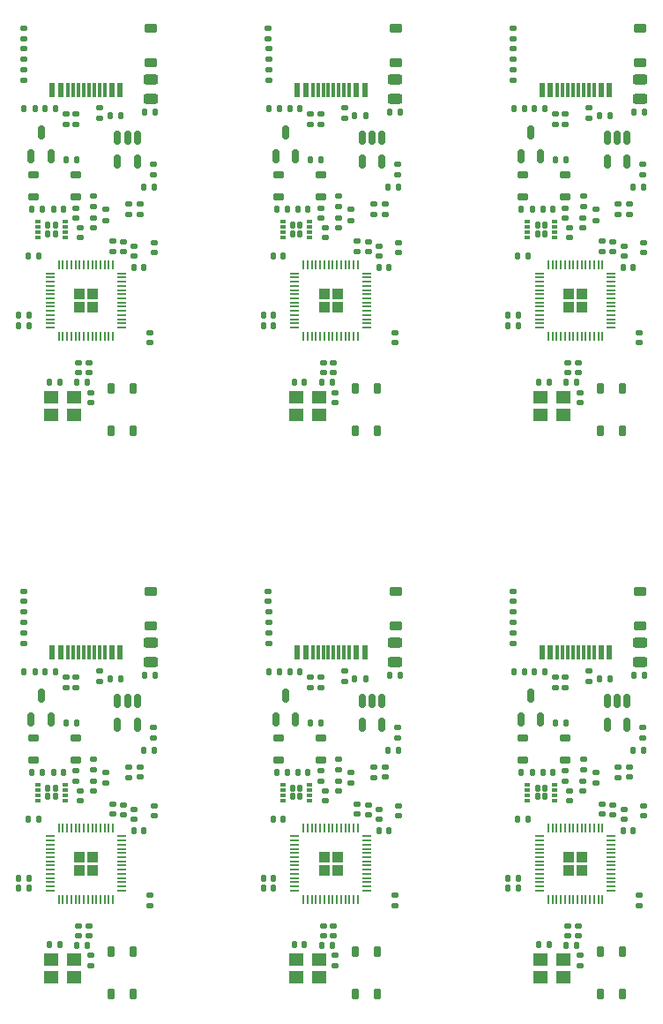
<source format=gbr>
%TF.GenerationSoftware,KiCad,Pcbnew,7.0.9*%
%TF.CreationDate,2024-05-10T15:51:33-04:00*%
%TF.ProjectId,panel,70616e65-6c2e-46b6-9963-61645f706362,rev?*%
%TF.SameCoordinates,Original*%
%TF.FileFunction,Paste,Top*%
%TF.FilePolarity,Positive*%
%FSLAX46Y46*%
G04 Gerber Fmt 4.6, Leading zero omitted, Abs format (unit mm)*
G04 Created by KiCad (PCBNEW 7.0.9) date 2024-05-10 15:51:33*
%MOMM*%
%LPD*%
G01*
G04 APERTURE LIST*
G04 Aperture macros list*
%AMRoundRect*
0 Rectangle with rounded corners*
0 $1 Rounding radius*
0 $2 $3 $4 $5 $6 $7 $8 $9 X,Y pos of 4 corners*
0 Add a 4 corners polygon primitive as box body*
4,1,4,$2,$3,$4,$5,$6,$7,$8,$9,$2,$3,0*
0 Add four circle primitives for the rounded corners*
1,1,$1+$1,$2,$3*
1,1,$1+$1,$4,$5*
1,1,$1+$1,$6,$7*
1,1,$1+$1,$8,$9*
0 Add four rect primitives between the rounded corners*
20,1,$1+$1,$2,$3,$4,$5,0*
20,1,$1+$1,$4,$5,$6,$7,0*
20,1,$1+$1,$6,$7,$8,$9,0*
20,1,$1+$1,$8,$9,$2,$3,0*%
G04 Aperture macros list end*
%ADD10RoundRect,0.140000X-0.140000X-0.170000X0.140000X-0.170000X0.140000X0.170000X-0.140000X0.170000X0*%
%ADD11RoundRect,0.140000X0.170000X-0.140000X0.170000X0.140000X-0.170000X0.140000X-0.170000X-0.140000X0*%
%ADD12RoundRect,0.140000X-0.170000X0.140000X-0.170000X-0.140000X0.170000X-0.140000X0.170000X0.140000X0*%
%ADD13RoundRect,0.135000X0.135000X0.185000X-0.135000X0.185000X-0.135000X-0.185000X0.135000X-0.185000X0*%
%ADD14R,1.400000X1.200000*%
%ADD15RoundRect,0.135000X-0.135000X-0.185000X0.135000X-0.185000X0.135000X0.185000X-0.135000X0.185000X0*%
%ADD16RoundRect,0.140000X0.140000X0.170000X-0.140000X0.170000X-0.140000X-0.170000X0.140000X-0.170000X0*%
%ADD17RoundRect,0.147500X0.147500X0.172500X-0.147500X0.172500X-0.147500X-0.172500X0.147500X-0.172500X0*%
%ADD18RoundRect,0.162500X0.162500X-0.362500X0.162500X0.362500X-0.162500X0.362500X-0.162500X-0.362500X0*%
%ADD19RoundRect,0.243750X-0.456250X0.243750X-0.456250X-0.243750X0.456250X-0.243750X0.456250X0.243750X0*%
%ADD20RoundRect,0.135000X-0.185000X0.135000X-0.185000X-0.135000X0.185000X-0.135000X0.185000X0.135000X0*%
%ADD21RoundRect,0.140000X-0.140000X-0.180000X0.140000X-0.180000X0.140000X0.180000X-0.140000X0.180000X0*%
%ADD22RoundRect,0.087500X-0.175000X-0.087500X0.175000X-0.087500X0.175000X0.087500X-0.175000X0.087500X0*%
%ADD23RoundRect,0.250000X-0.292217X-0.292217X0.292217X-0.292217X0.292217X0.292217X-0.292217X0.292217X0*%
%ADD24RoundRect,0.050000X-0.387500X-0.050000X0.387500X-0.050000X0.387500X0.050000X-0.387500X0.050000X0*%
%ADD25RoundRect,0.050000X-0.050000X-0.387500X0.050000X-0.387500X0.050000X0.387500X-0.050000X0.387500X0*%
%ADD26R,0.600000X1.450000*%
%ADD27R,0.300000X1.450000*%
%ADD28RoundRect,0.225000X0.375000X-0.225000X0.375000X0.225000X-0.375000X0.225000X-0.375000X-0.225000X0*%
%ADD29RoundRect,0.150000X0.150000X-0.512500X0.150000X0.512500X-0.150000X0.512500X-0.150000X-0.512500X0*%
%ADD30RoundRect,0.135000X0.185000X-0.135000X0.185000X0.135000X-0.185000X0.135000X-0.185000X-0.135000X0*%
%ADD31RoundRect,0.162500X0.362500X0.162500X-0.362500X0.162500X-0.362500X-0.162500X0.362500X-0.162500X0*%
%ADD32RoundRect,0.147500X-0.172500X0.147500X-0.172500X-0.147500X0.172500X-0.147500X0.172500X0.147500X0*%
%ADD33RoundRect,0.150000X-0.150000X0.512500X-0.150000X-0.512500X0.150000X-0.512500X0.150000X0.512500X0*%
G04 APERTURE END LIST*
D10*
%TO.C,C4*%
X129540000Y-49840000D03*
X130500000Y-49840000D03*
%TD*%
D11*
%TO.C,C12*%
X176580000Y-102780000D03*
X176580000Y-101820000D03*
%TD*%
D12*
%TO.C,C2*%
X172210000Y-112980000D03*
X172210000Y-113940000D03*
%TD*%
D13*
%TO.C,R7*%
X125080000Y-114870000D03*
X124060000Y-114870000D03*
%TD*%
D14*
%TO.C,Y1*%
X170810000Y-116260000D03*
X168610000Y-116260000D03*
X168610000Y-117960000D03*
X170810000Y-117960000D03*
%TD*%
D11*
%TO.C,C1*%
X171390000Y-101000000D03*
X171390000Y-100040000D03*
%TD*%
%TO.C,C19*%
X170980000Y-99100000D03*
X170980000Y-98140000D03*
%TD*%
D15*
%TO.C,R6*%
X119000000Y-88650000D03*
X120020000Y-88650000D03*
%TD*%
D16*
%TO.C,C16*%
X169760000Y-98260000D03*
X168800000Y-98260000D03*
%TD*%
D17*
%TO.C,D2*%
X168965000Y-88650000D03*
X167995000Y-88650000D03*
%TD*%
D18*
%TO.C,SW1*%
X150822500Y-119542500D03*
X150822500Y-115452500D03*
X152922500Y-119542500D03*
X152922500Y-115452500D03*
%TD*%
D11*
%TO.C,C3*%
X174470000Y-102290000D03*
X174470000Y-101330000D03*
%TD*%
%TO.C,C3*%
X127470000Y-102290000D03*
X127470000Y-101330000D03*
%TD*%
%TO.C,C11*%
X128530000Y-48330000D03*
X128530000Y-47370000D03*
%TD*%
D19*
%TO.C,F1*%
X131140000Y-85832500D03*
X131140000Y-87707500D03*
%TD*%
D12*
%TO.C,C6*%
X124240000Y-112970000D03*
X124240000Y-113930000D03*
%TD*%
D20*
%TO.C,R3*%
X131380000Y-39960000D03*
X131380000Y-40980000D03*
%TD*%
D15*
%TO.C,R8*%
X146500000Y-39520000D03*
X147520000Y-39520000D03*
%TD*%
D11*
%TO.C,C12*%
X129580000Y-102780000D03*
X129580000Y-101820000D03*
%TD*%
D20*
%TO.C,R3*%
X178380000Y-93960000D03*
X178380000Y-94980000D03*
%TD*%
D11*
%TO.C,C1*%
X124390000Y-47000000D03*
X124390000Y-46040000D03*
%TD*%
D12*
%TO.C,C14*%
X172370000Y-61830000D03*
X172370000Y-62790000D03*
%TD*%
D21*
%TO.C,U2*%
X144780000Y-45800000D03*
X144780000Y-46600000D03*
X145480000Y-45800000D03*
X145480000Y-46600000D03*
D22*
X143842500Y-45450000D03*
X143842500Y-45950000D03*
X143842500Y-46450000D03*
X143842500Y-46950000D03*
X146417500Y-46950000D03*
X146417500Y-46450000D03*
X146417500Y-45950000D03*
X146417500Y-45450000D03*
%TD*%
D16*
%TO.C,C16*%
X146260000Y-98260000D03*
X145300000Y-98260000D03*
%TD*%
%TO.C,C9*%
X167370000Y-48760000D03*
X166410000Y-48760000D03*
%TD*%
D15*
%TO.C,R8*%
X170000000Y-93520000D03*
X171020000Y-93520000D03*
%TD*%
D10*
%TO.C,C15*%
X121430000Y-114830000D03*
X122390000Y-114830000D03*
%TD*%
D23*
%TO.C,U1*%
X147787500Y-52372500D03*
X147787500Y-53647500D03*
X149062500Y-52372500D03*
X149062500Y-53647500D03*
D24*
X144987500Y-50410000D03*
X144987500Y-50810000D03*
X144987500Y-51210000D03*
X144987500Y-51610000D03*
X144987500Y-52010000D03*
X144987500Y-52410000D03*
X144987500Y-52810000D03*
X144987500Y-53210000D03*
X144987500Y-53610000D03*
X144987500Y-54010000D03*
X144987500Y-54410000D03*
X144987500Y-54810000D03*
X144987500Y-55210000D03*
X144987500Y-55610000D03*
D25*
X145825000Y-56447500D03*
X146225000Y-56447500D03*
X146625000Y-56447500D03*
X147025000Y-56447500D03*
X147425000Y-56447500D03*
X147825000Y-56447500D03*
X148225000Y-56447500D03*
X148625000Y-56447500D03*
X149025000Y-56447500D03*
X149425000Y-56447500D03*
X149825000Y-56447500D03*
X150225000Y-56447500D03*
X150625000Y-56447500D03*
X151025000Y-56447500D03*
D24*
X151862500Y-55610000D03*
X151862500Y-55210000D03*
X151862500Y-54810000D03*
X151862500Y-54410000D03*
X151862500Y-54010000D03*
X151862500Y-53610000D03*
X151862500Y-53210000D03*
X151862500Y-52810000D03*
X151862500Y-52410000D03*
X151862500Y-52010000D03*
X151862500Y-51610000D03*
X151862500Y-51210000D03*
X151862500Y-50810000D03*
X151862500Y-50410000D03*
D25*
X151025000Y-49572500D03*
X150625000Y-49572500D03*
X150225000Y-49572500D03*
X149825000Y-49572500D03*
X149425000Y-49572500D03*
X149025000Y-49572500D03*
X148625000Y-49572500D03*
X148225000Y-49572500D03*
X147825000Y-49572500D03*
X147425000Y-49572500D03*
X147025000Y-49572500D03*
X146625000Y-49572500D03*
X146225000Y-49572500D03*
X145825000Y-49572500D03*
%TD*%
D26*
%TO.C,J4*%
X175210000Y-86795000D03*
X174410000Y-86795000D03*
D27*
X173210000Y-86795000D03*
X172210000Y-86795000D03*
X171710000Y-86795000D03*
X170710000Y-86795000D03*
D26*
X169510000Y-86795000D03*
X168710000Y-86795000D03*
X168710000Y-86795000D03*
X169510000Y-86795000D03*
D27*
X170210000Y-86795000D03*
X171210000Y-86795000D03*
X172710000Y-86795000D03*
X173710000Y-86795000D03*
D26*
X174410000Y-86795000D03*
X175210000Y-86795000D03*
%TD*%
D11*
%TO.C,C10*%
X178470000Y-48450000D03*
X178470000Y-47490000D03*
%TD*%
D18*
%TO.C,SW1*%
X174322500Y-65542500D03*
X174322500Y-61452500D03*
X176422500Y-65542500D03*
X176422500Y-61452500D03*
%TD*%
D11*
%TO.C,C3*%
X150970000Y-48290000D03*
X150970000Y-47330000D03*
%TD*%
D28*
%TO.C,D3*%
X131150000Y-30227500D03*
X131150000Y-26927500D03*
%TD*%
D15*
%TO.C,R6*%
X142500000Y-88650000D03*
X143520000Y-88650000D03*
%TD*%
D13*
%TO.C,R7*%
X148580000Y-114870000D03*
X147560000Y-114870000D03*
%TD*%
%TO.C,R4*%
X154960000Y-96160000D03*
X153940000Y-96160000D03*
%TD*%
D23*
%TO.C,U1*%
X147787500Y-106372500D03*
X147787500Y-107647500D03*
X149062500Y-106372500D03*
X149062500Y-107647500D03*
D24*
X144987500Y-104410000D03*
X144987500Y-104810000D03*
X144987500Y-105210000D03*
X144987500Y-105610000D03*
X144987500Y-106010000D03*
X144987500Y-106410000D03*
X144987500Y-106810000D03*
X144987500Y-107210000D03*
X144987500Y-107610000D03*
X144987500Y-108010000D03*
X144987500Y-108410000D03*
X144987500Y-108810000D03*
X144987500Y-109210000D03*
X144987500Y-109610000D03*
D25*
X145825000Y-110447500D03*
X146225000Y-110447500D03*
X146625000Y-110447500D03*
X147025000Y-110447500D03*
X147425000Y-110447500D03*
X147825000Y-110447500D03*
X148225000Y-110447500D03*
X148625000Y-110447500D03*
X149025000Y-110447500D03*
X149425000Y-110447500D03*
X149825000Y-110447500D03*
X150225000Y-110447500D03*
X150625000Y-110447500D03*
X151025000Y-110447500D03*
D24*
X151862500Y-109610000D03*
X151862500Y-109210000D03*
X151862500Y-108810000D03*
X151862500Y-108410000D03*
X151862500Y-108010000D03*
X151862500Y-107610000D03*
X151862500Y-107210000D03*
X151862500Y-106810000D03*
X151862500Y-106410000D03*
X151862500Y-106010000D03*
X151862500Y-105610000D03*
X151862500Y-105210000D03*
X151862500Y-104810000D03*
X151862500Y-104410000D03*
D25*
X151025000Y-103572500D03*
X150625000Y-103572500D03*
X150225000Y-103572500D03*
X149825000Y-103572500D03*
X149425000Y-103572500D03*
X149025000Y-103572500D03*
X148625000Y-103572500D03*
X148225000Y-103572500D03*
X147825000Y-103572500D03*
X147425000Y-103572500D03*
X147025000Y-103572500D03*
X146625000Y-103572500D03*
X146225000Y-103572500D03*
X145825000Y-103572500D03*
%TD*%
D12*
%TO.C,C7*%
X178090000Y-110080000D03*
X178090000Y-111040000D03*
%TD*%
D21*
%TO.C,U2*%
X168280000Y-99800000D03*
X168280000Y-100600000D03*
X168980000Y-99800000D03*
X168980000Y-100600000D03*
D22*
X167342500Y-99450000D03*
X167342500Y-99950000D03*
X167342500Y-100450000D03*
X167342500Y-100950000D03*
X169917500Y-100950000D03*
X169917500Y-100450000D03*
X169917500Y-99950000D03*
X169917500Y-99450000D03*
%TD*%
D16*
%TO.C,C13*%
X142930000Y-54420000D03*
X141970000Y-54420000D03*
%TD*%
D11*
%TO.C,C11*%
X152030000Y-48330000D03*
X152030000Y-47370000D03*
%TD*%
%TO.C,C5*%
X172660000Y-100060000D03*
X172660000Y-99100000D03*
%TD*%
D20*
%TO.C,R14*%
X170970000Y-89110000D03*
X170970000Y-90130000D03*
%TD*%
D13*
%TO.C,R15*%
X155100000Y-34960000D03*
X154080000Y-34960000D03*
%TD*%
D11*
%TO.C,C1*%
X147890000Y-47000000D03*
X147890000Y-46040000D03*
%TD*%
D15*
%TO.C,FB1*%
X127250000Y-35310000D03*
X128270000Y-35310000D03*
%TD*%
%TO.C,R9*%
X166750000Y-44260000D03*
X167770000Y-44260000D03*
%TD*%
D11*
%TO.C,C1*%
X147890000Y-101000000D03*
X147890000Y-100040000D03*
%TD*%
D19*
%TO.C,F1*%
X154640000Y-85832500D03*
X154640000Y-87707500D03*
%TD*%
D16*
%TO.C,C16*%
X169760000Y-44260000D03*
X168800000Y-44260000D03*
%TD*%
D11*
%TO.C,C10*%
X131470000Y-102450000D03*
X131470000Y-101490000D03*
%TD*%
D10*
%TO.C,C4*%
X153040000Y-103840000D03*
X154000000Y-103840000D03*
%TD*%
D11*
%TO.C,C19*%
X170980000Y-45100000D03*
X170980000Y-44140000D03*
%TD*%
D29*
%TO.C,Q1*%
X166670000Y-93177500D03*
X168570000Y-93177500D03*
X167620000Y-90902500D03*
%TD*%
D20*
%TO.C,R11*%
X149760000Y-88520000D03*
X149760000Y-89540000D03*
%TD*%
D11*
%TO.C,C3*%
X174470000Y-48290000D03*
X174470000Y-47330000D03*
%TD*%
D30*
%TO.C,R2*%
X150370000Y-99320000D03*
X150370000Y-98300000D03*
%TD*%
D20*
%TO.C,R5*%
X176040000Y-97730000D03*
X176040000Y-98750000D03*
%TD*%
D23*
%TO.C,U1*%
X171287500Y-52372500D03*
X171287500Y-53647500D03*
X172562500Y-52372500D03*
X172562500Y-53647500D03*
D24*
X168487500Y-50410000D03*
X168487500Y-50810000D03*
X168487500Y-51210000D03*
X168487500Y-51610000D03*
X168487500Y-52010000D03*
X168487500Y-52410000D03*
X168487500Y-52810000D03*
X168487500Y-53210000D03*
X168487500Y-53610000D03*
X168487500Y-54010000D03*
X168487500Y-54410000D03*
X168487500Y-54810000D03*
X168487500Y-55210000D03*
X168487500Y-55610000D03*
D25*
X169325000Y-56447500D03*
X169725000Y-56447500D03*
X170125000Y-56447500D03*
X170525000Y-56447500D03*
X170925000Y-56447500D03*
X171325000Y-56447500D03*
X171725000Y-56447500D03*
X172125000Y-56447500D03*
X172525000Y-56447500D03*
X172925000Y-56447500D03*
X173325000Y-56447500D03*
X173725000Y-56447500D03*
X174125000Y-56447500D03*
X174525000Y-56447500D03*
D24*
X175362500Y-55610000D03*
X175362500Y-55210000D03*
X175362500Y-54810000D03*
X175362500Y-54410000D03*
X175362500Y-54010000D03*
X175362500Y-53610000D03*
X175362500Y-53210000D03*
X175362500Y-52810000D03*
X175362500Y-52410000D03*
X175362500Y-52010000D03*
X175362500Y-51610000D03*
X175362500Y-51210000D03*
X175362500Y-50810000D03*
X175362500Y-50410000D03*
D25*
X174525000Y-49572500D03*
X174125000Y-49572500D03*
X173725000Y-49572500D03*
X173325000Y-49572500D03*
X172925000Y-49572500D03*
X172525000Y-49572500D03*
X172125000Y-49572500D03*
X171725000Y-49572500D03*
X171325000Y-49572500D03*
X170925000Y-49572500D03*
X170525000Y-49572500D03*
X170125000Y-49572500D03*
X169725000Y-49572500D03*
X169325000Y-49572500D03*
%TD*%
D14*
%TO.C,Y1*%
X123810000Y-116260000D03*
X121610000Y-116260000D03*
X121610000Y-117960000D03*
X123810000Y-117960000D03*
%TD*%
D13*
%TO.C,R4*%
X178460000Y-42160000D03*
X177440000Y-42160000D03*
%TD*%
D18*
%TO.C,SW1*%
X150822500Y-65542500D03*
X150822500Y-61452500D03*
X152922500Y-65542500D03*
X152922500Y-61452500D03*
%TD*%
D30*
%TO.C,R10*%
X142460000Y-31900000D03*
X142460000Y-30880000D03*
%TD*%
D18*
%TO.C,SW1*%
X174322500Y-119542500D03*
X174322500Y-115452500D03*
X176422500Y-119542500D03*
X176422500Y-115452500D03*
%TD*%
D20*
%TO.C,R12*%
X165960000Y-82880000D03*
X165960000Y-83900000D03*
%TD*%
D18*
%TO.C,SW1*%
X127322500Y-65542500D03*
X127322500Y-61452500D03*
X129422500Y-65542500D03*
X129422500Y-61452500D03*
%TD*%
D15*
%TO.C,R8*%
X123000000Y-39520000D03*
X124020000Y-39520000D03*
%TD*%
D21*
%TO.C,U2*%
X144780000Y-99800000D03*
X144780000Y-100600000D03*
X145480000Y-99800000D03*
X145480000Y-100600000D03*
D22*
X143842500Y-99450000D03*
X143842500Y-99950000D03*
X143842500Y-100450000D03*
X143842500Y-100950000D03*
X146417500Y-100950000D03*
X146417500Y-100450000D03*
X146417500Y-99950000D03*
X146417500Y-99450000D03*
%TD*%
D11*
%TO.C,C1*%
X124390000Y-101000000D03*
X124390000Y-100040000D03*
%TD*%
D17*
%TO.C,D2*%
X145465000Y-34650000D03*
X144495000Y-34650000D03*
%TD*%
D12*
%TO.C,C2*%
X172210000Y-58980000D03*
X172210000Y-59940000D03*
%TD*%
D20*
%TO.C,R14*%
X147470000Y-89110000D03*
X147470000Y-90130000D03*
%TD*%
D28*
%TO.C,D3*%
X131150000Y-84227500D03*
X131150000Y-80927500D03*
%TD*%
D15*
%TO.C,R6*%
X166000000Y-88650000D03*
X167020000Y-88650000D03*
%TD*%
D30*
%TO.C,R13*%
X170000000Y-90130000D03*
X170000000Y-89110000D03*
%TD*%
%TO.C,R1*%
X149180000Y-98030000D03*
X149180000Y-97010000D03*
%TD*%
D12*
%TO.C,C6*%
X171240000Y-112970000D03*
X171240000Y-113930000D03*
%TD*%
D11*
%TO.C,C10*%
X131470000Y-48450000D03*
X131470000Y-47490000D03*
%TD*%
D14*
%TO.C,Y1*%
X123810000Y-62260000D03*
X121610000Y-62260000D03*
X121610000Y-63960000D03*
X123810000Y-63960000D03*
%TD*%
D12*
%TO.C,C14*%
X172370000Y-115830000D03*
X172370000Y-116790000D03*
%TD*%
D20*
%TO.C,R5*%
X152540000Y-97730000D03*
X152540000Y-98750000D03*
%TD*%
D14*
%TO.C,Y1*%
X147310000Y-116260000D03*
X145110000Y-116260000D03*
X145110000Y-117960000D03*
X147310000Y-117960000D03*
%TD*%
D10*
%TO.C,C15*%
X144930000Y-114830000D03*
X145890000Y-114830000D03*
%TD*%
D30*
%TO.C,R10*%
X165960000Y-31900000D03*
X165960000Y-30880000D03*
%TD*%
D31*
%TO.C,SW2*%
X170980000Y-97060000D03*
X166890000Y-97060000D03*
X170980000Y-94960000D03*
X166890000Y-94960000D03*
%TD*%
D15*
%TO.C,R6*%
X166000000Y-34650000D03*
X167020000Y-34650000D03*
%TD*%
D10*
%TO.C,C15*%
X144930000Y-60830000D03*
X145890000Y-60830000D03*
%TD*%
D12*
%TO.C,C6*%
X171240000Y-58970000D03*
X171240000Y-59930000D03*
%TD*%
D31*
%TO.C,SW2*%
X147480000Y-97060000D03*
X143390000Y-97060000D03*
X147480000Y-94960000D03*
X143390000Y-94960000D03*
%TD*%
D19*
%TO.C,F1*%
X178140000Y-31832500D03*
X178140000Y-33707500D03*
%TD*%
D13*
%TO.C,R15*%
X131600000Y-88960000D03*
X130580000Y-88960000D03*
%TD*%
D30*
%TO.C,R13*%
X170000000Y-36130000D03*
X170000000Y-35110000D03*
%TD*%
D11*
%TO.C,C12*%
X129580000Y-48780000D03*
X129580000Y-47820000D03*
%TD*%
%TO.C,C3*%
X150970000Y-102290000D03*
X150970000Y-101330000D03*
%TD*%
D12*
%TO.C,C7*%
X178090000Y-56080000D03*
X178090000Y-57040000D03*
%TD*%
D26*
%TO.C,J4*%
X128210000Y-32795000D03*
X127410000Y-32795000D03*
D27*
X126210000Y-32795000D03*
X125210000Y-32795000D03*
X124710000Y-32795000D03*
X123710000Y-32795000D03*
D26*
X122510000Y-32795000D03*
X121710000Y-32795000D03*
X121710000Y-32795000D03*
X122510000Y-32795000D03*
D27*
X123210000Y-32795000D03*
X124210000Y-32795000D03*
X125710000Y-32795000D03*
X126710000Y-32795000D03*
D26*
X127410000Y-32795000D03*
X128210000Y-32795000D03*
%TD*%
D12*
%TO.C,C7*%
X154590000Y-110080000D03*
X154590000Y-111040000D03*
%TD*%
D20*
%TO.C,R14*%
X123970000Y-89110000D03*
X123970000Y-90130000D03*
%TD*%
D10*
%TO.C,C15*%
X168430000Y-114830000D03*
X169390000Y-114830000D03*
%TD*%
D15*
%TO.C,R8*%
X146500000Y-93520000D03*
X147520000Y-93520000D03*
%TD*%
D30*
%TO.C,R2*%
X173870000Y-99320000D03*
X173870000Y-98300000D03*
%TD*%
D12*
%TO.C,C6*%
X124240000Y-58970000D03*
X124240000Y-59930000D03*
%TD*%
D21*
%TO.C,U2*%
X121280000Y-45800000D03*
X121280000Y-46600000D03*
X121980000Y-45800000D03*
X121980000Y-46600000D03*
D22*
X120342500Y-45450000D03*
X120342500Y-45950000D03*
X120342500Y-46450000D03*
X120342500Y-46950000D03*
X122917500Y-46950000D03*
X122917500Y-46450000D03*
X122917500Y-45950000D03*
X122917500Y-45450000D03*
%TD*%
D16*
%TO.C,C13*%
X166430000Y-54420000D03*
X165470000Y-54420000D03*
%TD*%
D20*
%TO.C,R5*%
X176040000Y-43730000D03*
X176040000Y-44750000D03*
%TD*%
D12*
%TO.C,C2*%
X125210000Y-58980000D03*
X125210000Y-59940000D03*
%TD*%
D20*
%TO.C,R11*%
X126260000Y-34520000D03*
X126260000Y-35540000D03*
%TD*%
D31*
%TO.C,SW2*%
X123980000Y-97060000D03*
X119890000Y-97060000D03*
X123980000Y-94960000D03*
X119890000Y-94960000D03*
%TD*%
D21*
%TO.C,U2*%
X168280000Y-45800000D03*
X168280000Y-46600000D03*
X168980000Y-45800000D03*
X168980000Y-46600000D03*
D22*
X167342500Y-45450000D03*
X167342500Y-45950000D03*
X167342500Y-46450000D03*
X167342500Y-46950000D03*
X169917500Y-46950000D03*
X169917500Y-46450000D03*
X169917500Y-45950000D03*
X169917500Y-45450000D03*
%TD*%
D16*
%TO.C,C16*%
X122760000Y-98260000D03*
X121800000Y-98260000D03*
%TD*%
D23*
%TO.C,U1*%
X124287500Y-106372500D03*
X124287500Y-107647500D03*
X125562500Y-106372500D03*
X125562500Y-107647500D03*
D24*
X121487500Y-104410000D03*
X121487500Y-104810000D03*
X121487500Y-105210000D03*
X121487500Y-105610000D03*
X121487500Y-106010000D03*
X121487500Y-106410000D03*
X121487500Y-106810000D03*
X121487500Y-107210000D03*
X121487500Y-107610000D03*
X121487500Y-108010000D03*
X121487500Y-108410000D03*
X121487500Y-108810000D03*
X121487500Y-109210000D03*
X121487500Y-109610000D03*
D25*
X122325000Y-110447500D03*
X122725000Y-110447500D03*
X123125000Y-110447500D03*
X123525000Y-110447500D03*
X123925000Y-110447500D03*
X124325000Y-110447500D03*
X124725000Y-110447500D03*
X125125000Y-110447500D03*
X125525000Y-110447500D03*
X125925000Y-110447500D03*
X126325000Y-110447500D03*
X126725000Y-110447500D03*
X127125000Y-110447500D03*
X127525000Y-110447500D03*
D24*
X128362500Y-109610000D03*
X128362500Y-109210000D03*
X128362500Y-108810000D03*
X128362500Y-108410000D03*
X128362500Y-108010000D03*
X128362500Y-107610000D03*
X128362500Y-107210000D03*
X128362500Y-106810000D03*
X128362500Y-106410000D03*
X128362500Y-106010000D03*
X128362500Y-105610000D03*
X128362500Y-105210000D03*
X128362500Y-104810000D03*
X128362500Y-104410000D03*
D25*
X127525000Y-103572500D03*
X127125000Y-103572500D03*
X126725000Y-103572500D03*
X126325000Y-103572500D03*
X125925000Y-103572500D03*
X125525000Y-103572500D03*
X125125000Y-103572500D03*
X124725000Y-103572500D03*
X124325000Y-103572500D03*
X123925000Y-103572500D03*
X123525000Y-103572500D03*
X123125000Y-103572500D03*
X122725000Y-103572500D03*
X122325000Y-103572500D03*
%TD*%
D15*
%TO.C,FB1*%
X174250000Y-89310000D03*
X175270000Y-89310000D03*
%TD*%
D20*
%TO.C,R3*%
X154880000Y-93960000D03*
X154880000Y-94980000D03*
%TD*%
D11*
%TO.C,C12*%
X153080000Y-48780000D03*
X153080000Y-47820000D03*
%TD*%
D13*
%TO.C,R7*%
X125080000Y-60870000D03*
X124060000Y-60870000D03*
%TD*%
D20*
%TO.C,R11*%
X149760000Y-34520000D03*
X149760000Y-35540000D03*
%TD*%
D28*
%TO.C,D3*%
X178150000Y-30227500D03*
X178150000Y-26927500D03*
%TD*%
D13*
%TO.C,R15*%
X155100000Y-88960000D03*
X154080000Y-88960000D03*
%TD*%
D31*
%TO.C,SW2*%
X147480000Y-43060000D03*
X143390000Y-43060000D03*
X147480000Y-40960000D03*
X143390000Y-40960000D03*
%TD*%
D29*
%TO.C,Q1*%
X119670000Y-93177500D03*
X121570000Y-93177500D03*
X120620000Y-90902500D03*
%TD*%
%TO.C,Q1*%
X143170000Y-39177500D03*
X145070000Y-39177500D03*
X144120000Y-36902500D03*
%TD*%
D20*
%TO.C,R3*%
X178380000Y-39960000D03*
X178380000Y-40980000D03*
%TD*%
D30*
%TO.C,R1*%
X172680000Y-44030000D03*
X172680000Y-43010000D03*
%TD*%
D12*
%TO.C,C2*%
X125210000Y-112980000D03*
X125210000Y-113940000D03*
%TD*%
D32*
%TO.C,D1*%
X153650000Y-43765000D03*
X153650000Y-44735000D03*
%TD*%
D20*
%TO.C,R12*%
X165960000Y-28880000D03*
X165960000Y-29900000D03*
%TD*%
D30*
%TO.C,R2*%
X126870000Y-99320000D03*
X126870000Y-98300000D03*
%TD*%
D12*
%TO.C,C7*%
X131090000Y-56080000D03*
X131090000Y-57040000D03*
%TD*%
D33*
%TO.C,U3*%
X129870000Y-37402500D03*
X128920000Y-37402500D03*
X127970000Y-37402500D03*
X127970000Y-39677500D03*
X129870000Y-39677500D03*
%TD*%
D20*
%TO.C,R5*%
X129040000Y-97730000D03*
X129040000Y-98750000D03*
%TD*%
D29*
%TO.C,Q1*%
X119670000Y-39177500D03*
X121570000Y-39177500D03*
X120620000Y-36902500D03*
%TD*%
D13*
%TO.C,R7*%
X148580000Y-60870000D03*
X147560000Y-60870000D03*
%TD*%
D30*
%TO.C,R1*%
X149180000Y-44030000D03*
X149180000Y-43010000D03*
%TD*%
D19*
%TO.C,F1*%
X178140000Y-85832500D03*
X178140000Y-87707500D03*
%TD*%
D11*
%TO.C,C17*%
X165940000Y-27880000D03*
X165940000Y-26920000D03*
%TD*%
D20*
%TO.C,R12*%
X118960000Y-28880000D03*
X118960000Y-29900000D03*
%TD*%
D16*
%TO.C,C8*%
X142930000Y-55400000D03*
X141970000Y-55400000D03*
%TD*%
%TO.C,C13*%
X142930000Y-108420000D03*
X141970000Y-108420000D03*
%TD*%
D15*
%TO.C,R9*%
X166750000Y-98260000D03*
X167770000Y-98260000D03*
%TD*%
D32*
%TO.C,D1*%
X177150000Y-97765000D03*
X177150000Y-98735000D03*
%TD*%
D26*
%TO.C,J4*%
X151710000Y-32795000D03*
X150910000Y-32795000D03*
D27*
X149710000Y-32795000D03*
X148710000Y-32795000D03*
X148210000Y-32795000D03*
X147210000Y-32795000D03*
D26*
X146010000Y-32795000D03*
X145210000Y-32795000D03*
X145210000Y-32795000D03*
X146010000Y-32795000D03*
D27*
X146710000Y-32795000D03*
X147710000Y-32795000D03*
X149210000Y-32795000D03*
X150210000Y-32795000D03*
D26*
X150910000Y-32795000D03*
X151710000Y-32795000D03*
%TD*%
D16*
%TO.C,C9*%
X143870000Y-48760000D03*
X142910000Y-48760000D03*
%TD*%
D11*
%TO.C,C11*%
X175530000Y-48330000D03*
X175530000Y-47370000D03*
%TD*%
D33*
%TO.C,U3*%
X176870000Y-37402500D03*
X175920000Y-37402500D03*
X174970000Y-37402500D03*
X174970000Y-39677500D03*
X176870000Y-39677500D03*
%TD*%
D13*
%TO.C,R15*%
X178600000Y-34960000D03*
X177580000Y-34960000D03*
%TD*%
D11*
%TO.C,C17*%
X142440000Y-27880000D03*
X142440000Y-26920000D03*
%TD*%
D23*
%TO.C,U1*%
X171287500Y-106372500D03*
X171287500Y-107647500D03*
X172562500Y-106372500D03*
X172562500Y-107647500D03*
D24*
X168487500Y-104410000D03*
X168487500Y-104810000D03*
X168487500Y-105210000D03*
X168487500Y-105610000D03*
X168487500Y-106010000D03*
X168487500Y-106410000D03*
X168487500Y-106810000D03*
X168487500Y-107210000D03*
X168487500Y-107610000D03*
X168487500Y-108010000D03*
X168487500Y-108410000D03*
X168487500Y-108810000D03*
X168487500Y-109210000D03*
X168487500Y-109610000D03*
D25*
X169325000Y-110447500D03*
X169725000Y-110447500D03*
X170125000Y-110447500D03*
X170525000Y-110447500D03*
X170925000Y-110447500D03*
X171325000Y-110447500D03*
X171725000Y-110447500D03*
X172125000Y-110447500D03*
X172525000Y-110447500D03*
X172925000Y-110447500D03*
X173325000Y-110447500D03*
X173725000Y-110447500D03*
X174125000Y-110447500D03*
X174525000Y-110447500D03*
D24*
X175362500Y-109610000D03*
X175362500Y-109210000D03*
X175362500Y-108810000D03*
X175362500Y-108410000D03*
X175362500Y-108010000D03*
X175362500Y-107610000D03*
X175362500Y-107210000D03*
X175362500Y-106810000D03*
X175362500Y-106410000D03*
X175362500Y-106010000D03*
X175362500Y-105610000D03*
X175362500Y-105210000D03*
X175362500Y-104810000D03*
X175362500Y-104410000D03*
D25*
X174525000Y-103572500D03*
X174125000Y-103572500D03*
X173725000Y-103572500D03*
X173325000Y-103572500D03*
X172925000Y-103572500D03*
X172525000Y-103572500D03*
X172125000Y-103572500D03*
X171725000Y-103572500D03*
X171325000Y-103572500D03*
X170925000Y-103572500D03*
X170525000Y-103572500D03*
X170125000Y-103572500D03*
X169725000Y-103572500D03*
X169325000Y-103572500D03*
%TD*%
D32*
%TO.C,D1*%
X130150000Y-43765000D03*
X130150000Y-44735000D03*
%TD*%
D20*
%TO.C,R14*%
X170970000Y-35110000D03*
X170970000Y-36130000D03*
%TD*%
D10*
%TO.C,C4*%
X176540000Y-49840000D03*
X177500000Y-49840000D03*
%TD*%
%TO.C,C4*%
X129540000Y-103840000D03*
X130500000Y-103840000D03*
%TD*%
D11*
%TO.C,C1*%
X171390000Y-47000000D03*
X171390000Y-46040000D03*
%TD*%
D15*
%TO.C,R9*%
X143250000Y-98260000D03*
X144270000Y-98260000D03*
%TD*%
D11*
%TO.C,C17*%
X118940000Y-81880000D03*
X118940000Y-80920000D03*
%TD*%
D30*
%TO.C,R13*%
X123000000Y-90130000D03*
X123000000Y-89110000D03*
%TD*%
D14*
%TO.C,Y1*%
X170810000Y-62260000D03*
X168610000Y-62260000D03*
X168610000Y-63960000D03*
X170810000Y-63960000D03*
%TD*%
D13*
%TO.C,R7*%
X172080000Y-60870000D03*
X171060000Y-60870000D03*
%TD*%
D15*
%TO.C,R6*%
X142500000Y-34650000D03*
X143520000Y-34650000D03*
%TD*%
D30*
%TO.C,R2*%
X126870000Y-45320000D03*
X126870000Y-44300000D03*
%TD*%
%TO.C,R1*%
X125680000Y-44030000D03*
X125680000Y-43010000D03*
%TD*%
D29*
%TO.C,Q1*%
X143170000Y-93177500D03*
X145070000Y-93177500D03*
X144120000Y-90902500D03*
%TD*%
D31*
%TO.C,SW2*%
X170980000Y-43060000D03*
X166890000Y-43060000D03*
X170980000Y-40960000D03*
X166890000Y-40960000D03*
%TD*%
D16*
%TO.C,C9*%
X120370000Y-102760000D03*
X119410000Y-102760000D03*
%TD*%
D11*
%TO.C,C5*%
X125660000Y-46060000D03*
X125660000Y-45100000D03*
%TD*%
D16*
%TO.C,C9*%
X120370000Y-48760000D03*
X119410000Y-48760000D03*
%TD*%
D13*
%TO.C,R7*%
X172080000Y-114870000D03*
X171060000Y-114870000D03*
%TD*%
D11*
%TO.C,C19*%
X123980000Y-99100000D03*
X123980000Y-98140000D03*
%TD*%
D15*
%TO.C,R8*%
X170000000Y-39520000D03*
X171020000Y-39520000D03*
%TD*%
D12*
%TO.C,C6*%
X147740000Y-58970000D03*
X147740000Y-59930000D03*
%TD*%
D11*
%TO.C,C19*%
X123980000Y-45100000D03*
X123980000Y-44140000D03*
%TD*%
%TO.C,C11*%
X128530000Y-102330000D03*
X128530000Y-101370000D03*
%TD*%
D20*
%TO.C,R12*%
X118960000Y-82880000D03*
X118960000Y-83900000D03*
%TD*%
D30*
%TO.C,R10*%
X165960000Y-85900000D03*
X165960000Y-84880000D03*
%TD*%
%TO.C,R2*%
X173870000Y-45320000D03*
X173870000Y-44300000D03*
%TD*%
D10*
%TO.C,C15*%
X168430000Y-60830000D03*
X169390000Y-60830000D03*
%TD*%
D16*
%TO.C,C16*%
X146260000Y-44260000D03*
X145300000Y-44260000D03*
%TD*%
D11*
%TO.C,C12*%
X176580000Y-48780000D03*
X176580000Y-47820000D03*
%TD*%
D30*
%TO.C,R10*%
X142460000Y-85900000D03*
X142460000Y-84880000D03*
%TD*%
D12*
%TO.C,C7*%
X131090000Y-110080000D03*
X131090000Y-111040000D03*
%TD*%
D11*
%TO.C,C19*%
X147480000Y-99100000D03*
X147480000Y-98140000D03*
%TD*%
D32*
%TO.C,D1*%
X153650000Y-97765000D03*
X153650000Y-98735000D03*
%TD*%
D11*
%TO.C,C5*%
X125660000Y-100060000D03*
X125660000Y-99100000D03*
%TD*%
D12*
%TO.C,C6*%
X147740000Y-112970000D03*
X147740000Y-113930000D03*
%TD*%
D20*
%TO.C,R3*%
X131380000Y-93960000D03*
X131380000Y-94980000D03*
%TD*%
D16*
%TO.C,C8*%
X119430000Y-109400000D03*
X118470000Y-109400000D03*
%TD*%
D33*
%TO.C,U3*%
X129870000Y-91402500D03*
X128920000Y-91402500D03*
X127970000Y-91402500D03*
X127970000Y-93677500D03*
X129870000Y-93677500D03*
%TD*%
D16*
%TO.C,C8*%
X119430000Y-55400000D03*
X118470000Y-55400000D03*
%TD*%
D10*
%TO.C,C4*%
X176540000Y-103840000D03*
X177500000Y-103840000D03*
%TD*%
D15*
%TO.C,FB1*%
X127250000Y-89310000D03*
X128270000Y-89310000D03*
%TD*%
D19*
%TO.C,F1*%
X154640000Y-31832500D03*
X154640000Y-33707500D03*
%TD*%
D17*
%TO.C,D2*%
X121965000Y-88650000D03*
X120995000Y-88650000D03*
%TD*%
D30*
%TO.C,R1*%
X125680000Y-98030000D03*
X125680000Y-97010000D03*
%TD*%
%TO.C,R13*%
X146500000Y-90130000D03*
X146500000Y-89110000D03*
%TD*%
D17*
%TO.C,D2*%
X145465000Y-88650000D03*
X144495000Y-88650000D03*
%TD*%
D30*
%TO.C,R13*%
X146500000Y-36130000D03*
X146500000Y-35110000D03*
%TD*%
D15*
%TO.C,FB1*%
X150750000Y-89310000D03*
X151770000Y-89310000D03*
%TD*%
D30*
%TO.C,R10*%
X118960000Y-31900000D03*
X118960000Y-30880000D03*
%TD*%
D15*
%TO.C,FB1*%
X150750000Y-35310000D03*
X151770000Y-35310000D03*
%TD*%
D11*
%TO.C,C10*%
X178470000Y-102450000D03*
X178470000Y-101490000D03*
%TD*%
D32*
%TO.C,D1*%
X130150000Y-97765000D03*
X130150000Y-98735000D03*
%TD*%
D12*
%TO.C,C2*%
X148710000Y-58980000D03*
X148710000Y-59940000D03*
%TD*%
D20*
%TO.C,R12*%
X142460000Y-28880000D03*
X142460000Y-29900000D03*
%TD*%
%TO.C,R11*%
X173260000Y-88520000D03*
X173260000Y-89540000D03*
%TD*%
D31*
%TO.C,SW2*%
X123980000Y-43060000D03*
X119890000Y-43060000D03*
X123980000Y-40960000D03*
X119890000Y-40960000D03*
%TD*%
D26*
%TO.C,J4*%
X128210000Y-86795000D03*
X127410000Y-86795000D03*
D27*
X126210000Y-86795000D03*
X125210000Y-86795000D03*
X124710000Y-86795000D03*
X123710000Y-86795000D03*
D26*
X122510000Y-86795000D03*
X121710000Y-86795000D03*
X121710000Y-86795000D03*
X122510000Y-86795000D03*
D27*
X123210000Y-86795000D03*
X124210000Y-86795000D03*
X125710000Y-86795000D03*
X126710000Y-86795000D03*
D26*
X127410000Y-86795000D03*
X128210000Y-86795000D03*
%TD*%
D30*
%TO.C,R1*%
X172680000Y-98030000D03*
X172680000Y-97010000D03*
%TD*%
D15*
%TO.C,R8*%
X123000000Y-93520000D03*
X124020000Y-93520000D03*
%TD*%
D33*
%TO.C,U3*%
X176870000Y-91402500D03*
X175920000Y-91402500D03*
X174970000Y-91402500D03*
X174970000Y-93677500D03*
X176870000Y-93677500D03*
%TD*%
D11*
%TO.C,C5*%
X149160000Y-100060000D03*
X149160000Y-99100000D03*
%TD*%
D23*
%TO.C,U1*%
X124287500Y-52372500D03*
X124287500Y-53647500D03*
X125562500Y-52372500D03*
X125562500Y-53647500D03*
D24*
X121487500Y-50410000D03*
X121487500Y-50810000D03*
X121487500Y-51210000D03*
X121487500Y-51610000D03*
X121487500Y-52010000D03*
X121487500Y-52410000D03*
X121487500Y-52810000D03*
X121487500Y-53210000D03*
X121487500Y-53610000D03*
X121487500Y-54010000D03*
X121487500Y-54410000D03*
X121487500Y-54810000D03*
X121487500Y-55210000D03*
X121487500Y-55610000D03*
D25*
X122325000Y-56447500D03*
X122725000Y-56447500D03*
X123125000Y-56447500D03*
X123525000Y-56447500D03*
X123925000Y-56447500D03*
X124325000Y-56447500D03*
X124725000Y-56447500D03*
X125125000Y-56447500D03*
X125525000Y-56447500D03*
X125925000Y-56447500D03*
X126325000Y-56447500D03*
X126725000Y-56447500D03*
X127125000Y-56447500D03*
X127525000Y-56447500D03*
D24*
X128362500Y-55610000D03*
X128362500Y-55210000D03*
X128362500Y-54810000D03*
X128362500Y-54410000D03*
X128362500Y-54010000D03*
X128362500Y-53610000D03*
X128362500Y-53210000D03*
X128362500Y-52810000D03*
X128362500Y-52410000D03*
X128362500Y-52010000D03*
X128362500Y-51610000D03*
X128362500Y-51210000D03*
X128362500Y-50810000D03*
X128362500Y-50410000D03*
D25*
X127525000Y-49572500D03*
X127125000Y-49572500D03*
X126725000Y-49572500D03*
X126325000Y-49572500D03*
X125925000Y-49572500D03*
X125525000Y-49572500D03*
X125125000Y-49572500D03*
X124725000Y-49572500D03*
X124325000Y-49572500D03*
X123925000Y-49572500D03*
X123525000Y-49572500D03*
X123125000Y-49572500D03*
X122725000Y-49572500D03*
X122325000Y-49572500D03*
%TD*%
D16*
%TO.C,C16*%
X122760000Y-44260000D03*
X121800000Y-44260000D03*
%TD*%
D11*
%TO.C,C5*%
X172660000Y-46060000D03*
X172660000Y-45100000D03*
%TD*%
D20*
%TO.C,R5*%
X129040000Y-43730000D03*
X129040000Y-44750000D03*
%TD*%
D12*
%TO.C,C14*%
X148870000Y-61830000D03*
X148870000Y-62790000D03*
%TD*%
D14*
%TO.C,Y1*%
X147310000Y-62260000D03*
X145110000Y-62260000D03*
X145110000Y-63960000D03*
X147310000Y-63960000D03*
%TD*%
D12*
%TO.C,C14*%
X125370000Y-61830000D03*
X125370000Y-62790000D03*
%TD*%
D15*
%TO.C,R9*%
X119750000Y-98260000D03*
X120770000Y-98260000D03*
%TD*%
D11*
%TO.C,C10*%
X154970000Y-48450000D03*
X154970000Y-47490000D03*
%TD*%
D28*
%TO.C,D3*%
X154650000Y-84227500D03*
X154650000Y-80927500D03*
%TD*%
D16*
%TO.C,C8*%
X166430000Y-109400000D03*
X165470000Y-109400000D03*
%TD*%
D10*
%TO.C,C4*%
X153040000Y-49840000D03*
X154000000Y-49840000D03*
%TD*%
D11*
%TO.C,C17*%
X165940000Y-81880000D03*
X165940000Y-80920000D03*
%TD*%
D16*
%TO.C,C9*%
X167370000Y-102760000D03*
X166410000Y-102760000D03*
%TD*%
D15*
%TO.C,R9*%
X143250000Y-44260000D03*
X144270000Y-44260000D03*
%TD*%
D13*
%TO.C,R4*%
X131460000Y-42160000D03*
X130440000Y-42160000D03*
%TD*%
D11*
%TO.C,C5*%
X149160000Y-46060000D03*
X149160000Y-45100000D03*
%TD*%
D16*
%TO.C,C9*%
X143870000Y-102760000D03*
X142910000Y-102760000D03*
%TD*%
%TO.C,C13*%
X166430000Y-108420000D03*
X165470000Y-108420000D03*
%TD*%
D11*
%TO.C,C10*%
X154970000Y-102450000D03*
X154970000Y-101490000D03*
%TD*%
D10*
%TO.C,C15*%
X121430000Y-60830000D03*
X122390000Y-60830000D03*
%TD*%
D20*
%TO.C,R5*%
X152540000Y-43730000D03*
X152540000Y-44750000D03*
%TD*%
D11*
%TO.C,C3*%
X127470000Y-48290000D03*
X127470000Y-47330000D03*
%TD*%
D16*
%TO.C,C8*%
X142930000Y-109400000D03*
X141970000Y-109400000D03*
%TD*%
%TO.C,C13*%
X119430000Y-54420000D03*
X118470000Y-54420000D03*
%TD*%
D11*
%TO.C,C17*%
X118940000Y-27880000D03*
X118940000Y-26920000D03*
%TD*%
D20*
%TO.C,R11*%
X126260000Y-88520000D03*
X126260000Y-89540000D03*
%TD*%
D15*
%TO.C,R6*%
X119000000Y-34650000D03*
X120020000Y-34650000D03*
%TD*%
D30*
%TO.C,R10*%
X118960000Y-85900000D03*
X118960000Y-84880000D03*
%TD*%
D13*
%TO.C,R4*%
X178460000Y-96160000D03*
X177440000Y-96160000D03*
%TD*%
D12*
%TO.C,C7*%
X154590000Y-56080000D03*
X154590000Y-57040000D03*
%TD*%
D32*
%TO.C,D1*%
X177150000Y-43765000D03*
X177150000Y-44735000D03*
%TD*%
D26*
%TO.C,J4*%
X175210000Y-32795000D03*
X174410000Y-32795000D03*
D27*
X173210000Y-32795000D03*
X172210000Y-32795000D03*
X171710000Y-32795000D03*
X170710000Y-32795000D03*
D26*
X169510000Y-32795000D03*
X168710000Y-32795000D03*
X168710000Y-32795000D03*
X169510000Y-32795000D03*
D27*
X170210000Y-32795000D03*
X171210000Y-32795000D03*
X172710000Y-32795000D03*
X173710000Y-32795000D03*
D26*
X174410000Y-32795000D03*
X175210000Y-32795000D03*
%TD*%
D18*
%TO.C,SW1*%
X127322500Y-119542500D03*
X127322500Y-115452500D03*
X129422500Y-119542500D03*
X129422500Y-115452500D03*
%TD*%
D26*
%TO.C,J4*%
X151710000Y-86795000D03*
X150910000Y-86795000D03*
D27*
X149710000Y-86795000D03*
X148710000Y-86795000D03*
X148210000Y-86795000D03*
X147210000Y-86795000D03*
D26*
X146010000Y-86795000D03*
X145210000Y-86795000D03*
X145210000Y-86795000D03*
X146010000Y-86795000D03*
D27*
X146710000Y-86795000D03*
X147710000Y-86795000D03*
X149210000Y-86795000D03*
X150210000Y-86795000D03*
D26*
X150910000Y-86795000D03*
X151710000Y-86795000D03*
%TD*%
D17*
%TO.C,D2*%
X168965000Y-34650000D03*
X167995000Y-34650000D03*
%TD*%
D20*
%TO.C,R3*%
X154880000Y-39960000D03*
X154880000Y-40980000D03*
%TD*%
D28*
%TO.C,D3*%
X178150000Y-84227500D03*
X178150000Y-80927500D03*
%TD*%
D15*
%TO.C,FB1*%
X174250000Y-35310000D03*
X175270000Y-35310000D03*
%TD*%
D16*
%TO.C,C8*%
X166430000Y-55400000D03*
X165470000Y-55400000D03*
%TD*%
D20*
%TO.C,R11*%
X173260000Y-34520000D03*
X173260000Y-35540000D03*
%TD*%
D11*
%TO.C,C17*%
X142440000Y-81880000D03*
X142440000Y-80920000D03*
%TD*%
D20*
%TO.C,R12*%
X142460000Y-82880000D03*
X142460000Y-83900000D03*
%TD*%
D11*
%TO.C,C11*%
X175530000Y-102330000D03*
X175530000Y-101370000D03*
%TD*%
%TO.C,C12*%
X153080000Y-102780000D03*
X153080000Y-101820000D03*
%TD*%
D20*
%TO.C,R14*%
X147470000Y-35110000D03*
X147470000Y-36130000D03*
%TD*%
D12*
%TO.C,C14*%
X148870000Y-115830000D03*
X148870000Y-116790000D03*
%TD*%
D30*
%TO.C,R2*%
X150370000Y-45320000D03*
X150370000Y-44300000D03*
%TD*%
D33*
%TO.C,U3*%
X153370000Y-37402500D03*
X152420000Y-37402500D03*
X151470000Y-37402500D03*
X151470000Y-39677500D03*
X153370000Y-39677500D03*
%TD*%
D13*
%TO.C,R15*%
X131600000Y-34960000D03*
X130580000Y-34960000D03*
%TD*%
D11*
%TO.C,C19*%
X147480000Y-45100000D03*
X147480000Y-44140000D03*
%TD*%
D16*
%TO.C,C13*%
X119430000Y-108420000D03*
X118470000Y-108420000D03*
%TD*%
D29*
%TO.C,Q1*%
X166670000Y-39177500D03*
X168570000Y-39177500D03*
X167620000Y-36902500D03*
%TD*%
D13*
%TO.C,R4*%
X131460000Y-96160000D03*
X130440000Y-96160000D03*
%TD*%
D15*
%TO.C,R9*%
X119750000Y-44260000D03*
X120770000Y-44260000D03*
%TD*%
D30*
%TO.C,R13*%
X123000000Y-36130000D03*
X123000000Y-35110000D03*
%TD*%
D17*
%TO.C,D2*%
X121965000Y-34650000D03*
X120995000Y-34650000D03*
%TD*%
D12*
%TO.C,C14*%
X125370000Y-115830000D03*
X125370000Y-116790000D03*
%TD*%
D28*
%TO.C,D3*%
X154650000Y-30227500D03*
X154650000Y-26927500D03*
%TD*%
D12*
%TO.C,C2*%
X148710000Y-112980000D03*
X148710000Y-113940000D03*
%TD*%
D13*
%TO.C,R15*%
X178600000Y-88960000D03*
X177580000Y-88960000D03*
%TD*%
D33*
%TO.C,U3*%
X153370000Y-91402500D03*
X152420000Y-91402500D03*
X151470000Y-91402500D03*
X151470000Y-93677500D03*
X153370000Y-93677500D03*
%TD*%
D11*
%TO.C,C11*%
X152030000Y-102330000D03*
X152030000Y-101370000D03*
%TD*%
D13*
%TO.C,R4*%
X154960000Y-42160000D03*
X153940000Y-42160000D03*
%TD*%
D21*
%TO.C,U2*%
X121280000Y-99800000D03*
X121280000Y-100600000D03*
X121980000Y-99800000D03*
X121980000Y-100600000D03*
D22*
X120342500Y-99450000D03*
X120342500Y-99950000D03*
X120342500Y-100450000D03*
X120342500Y-100950000D03*
X122917500Y-100950000D03*
X122917500Y-100450000D03*
X122917500Y-99950000D03*
X122917500Y-99450000D03*
%TD*%
D19*
%TO.C,F1*%
X131140000Y-31832500D03*
X131140000Y-33707500D03*
%TD*%
D20*
%TO.C,R14*%
X123970000Y-35110000D03*
X123970000Y-36130000D03*
%TD*%
M02*

</source>
